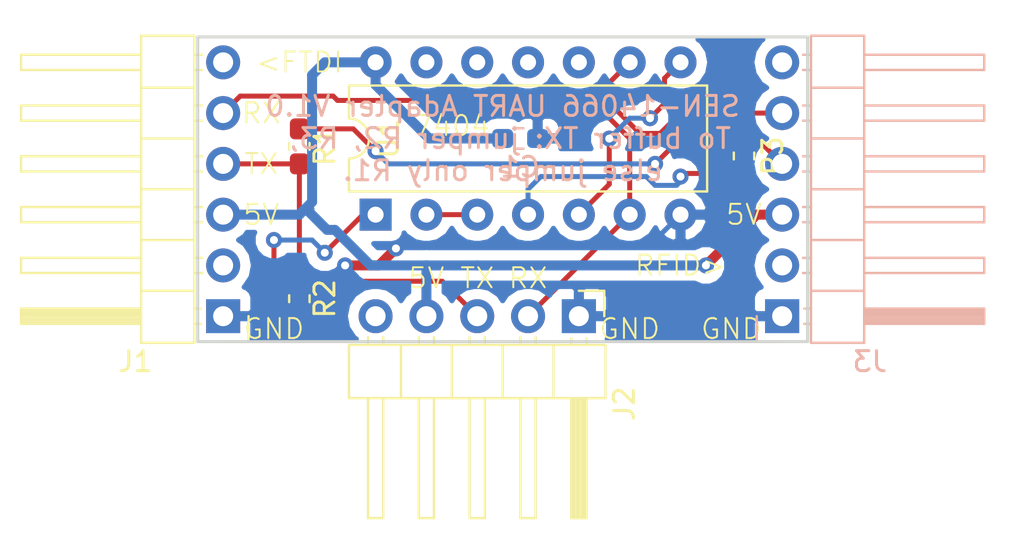
<source format=kicad_pcb>
(kicad_pcb (version 20171130) (host pcbnew 5.0.0-rc3-unknown-14ce5182~65~ubuntu18.04.1)

  (general
    (thickness 1.6)
    (drawings 18)
    (tracks 94)
    (zones 0)
    (modules 8)
    (nets 16)
  )

  (page A4)
  (layers
    (0 F.Cu signal)
    (31 B.Cu signal)
    (32 B.Adhes user)
    (33 F.Adhes user)
    (34 B.Paste user)
    (35 F.Paste user)
    (36 B.SilkS user)
    (37 F.SilkS user)
    (38 B.Mask user)
    (39 F.Mask user)
    (40 Dwgs.User user)
    (41 Cmts.User user)
    (42 Eco1.User user)
    (43 Eco2.User user)
    (44 Edge.Cuts user)
    (45 Margin user)
    (46 B.CrtYd user)
    (47 F.CrtYd user)
    (48 B.Fab user)
    (49 F.Fab user)
  )

  (setup
    (last_trace_width 0.5)
    (user_trace_width 0.25)
    (user_trace_width 0.5)
    (trace_clearance 0.2)
    (zone_clearance 0.508)
    (zone_45_only no)
    (trace_min 0.2)
    (segment_width 0.2)
    (edge_width 0.15)
    (via_size 0.8)
    (via_drill 0.4)
    (via_min_size 0.4)
    (via_min_drill 0.3)
    (uvia_size 0.3)
    (uvia_drill 0.1)
    (uvias_allowed no)
    (uvia_min_size 0.2)
    (uvia_min_drill 0.1)
    (pcb_text_width 0.3)
    (pcb_text_size 1.5 1.5)
    (mod_edge_width 0.15)
    (mod_text_size 1 1)
    (mod_text_width 0.15)
    (pad_size 1.6 1.6)
    (pad_drill 0.8)
    (pad_to_mask_clearance 0.2)
    (aux_axis_origin 0 0)
    (visible_elements FFFFFF7F)
    (pcbplotparams
      (layerselection 0x010fc_ffffffff)
      (usegerberextensions false)
      (usegerberattributes false)
      (usegerberadvancedattributes false)
      (creategerberjobfile false)
      (excludeedgelayer true)
      (linewidth 0.100000)
      (plotframeref false)
      (viasonmask false)
      (mode 1)
      (useauxorigin false)
      (hpglpennumber 1)
      (hpglpenspeed 20)
      (hpglpendiameter 15.000000)
      (psnegative false)
      (psa4output false)
      (plotreference true)
      (plotvalue true)
      (plotinvisibletext false)
      (padsonsilk false)
      (subtractmaskfromsilk false)
      (outputformat 1)
      (mirror false)
      (drillshape 1)
      (scaleselection 1)
      (outputdirectory ""))
  )

  (net 0 "")
  (net 1 "Net-(U1-Pad2)")
  (net 2 "Net-(U1-Pad5)")
  (net 3 "Net-(J1-Pad2)")
  (net 4 "Net-(J1-Pad6)")
  (net 5 "Net-(J2-Pad5)")
  (net 6 "Net-(J3-Pad6)")
  (net 7 "Net-(J3-Pad5)")
  (net 8 "Net-(J3-Pad4)")
  (net 9 "Net-(J3-Pad2)")
  (net 10 GND)
  (net 11 Vcc)
  (net 12 TXD)
  (net 13 RXD)
  (net 14 "Net-(R2-Pad1)")
  (net 15 "Net-(R3-Pad2)")

  (net_class Default "This is the default net class."
    (clearance 0.2)
    (trace_width 0.25)
    (via_dia 0.8)
    (via_drill 0.4)
    (uvia_dia 0.3)
    (uvia_drill 0.1)
    (add_net GND)
    (add_net "Net-(J1-Pad2)")
    (add_net "Net-(J1-Pad6)")
    (add_net "Net-(J2-Pad5)")
    (add_net "Net-(J3-Pad2)")
    (add_net "Net-(J3-Pad4)")
    (add_net "Net-(J3-Pad5)")
    (add_net "Net-(J3-Pad6)")
    (add_net "Net-(R2-Pad1)")
    (add_net "Net-(R3-Pad2)")
    (add_net "Net-(U1-Pad2)")
    (add_net "Net-(U1-Pad5)")
    (add_net RXD)
    (add_net TXD)
    (add_net Vcc)
  )

  (module Package_DIP:DIP-14_W7.62mm (layer F.Cu) (tedit 5B4B812F) (tstamp 5B565BB1)
    (at 71.12 68.58 90)
    (descr "14-lead though-hole mounted DIP package, row spacing 7.62 mm (300 mils)")
    (tags "THT DIP DIL PDIP 2.54mm 7.62mm 300mil")
    (path /5B4B59A5)
    (fp_text reference U1 (at 3.81 0.635 90) (layer F.SilkS)
      (effects (font (size 1 1) (thickness 0.15)))
    )
    (fp_text value 74HC04 (at 3.81 17.57 90) (layer F.Fab)
      (effects (font (size 1 1) (thickness 0.15)))
    )
    (fp_arc (start 3.81 -1.33) (end 2.81 -1.33) (angle -180) (layer F.SilkS) (width 0.12))
    (fp_line (start 1.635 -1.27) (end 6.985 -1.27) (layer F.Fab) (width 0.1))
    (fp_line (start 6.985 -1.27) (end 6.985 16.51) (layer F.Fab) (width 0.1))
    (fp_line (start 6.985 16.51) (end 0.635 16.51) (layer F.Fab) (width 0.1))
    (fp_line (start 0.635 16.51) (end 0.635 -0.27) (layer F.Fab) (width 0.1))
    (fp_line (start 0.635 -0.27) (end 1.635 -1.27) (layer F.Fab) (width 0.1))
    (fp_line (start 2.81 -1.33) (end 1.16 -1.33) (layer F.SilkS) (width 0.12))
    (fp_line (start 1.16 -1.33) (end 1.16 16.57) (layer F.SilkS) (width 0.12))
    (fp_line (start 1.16 16.57) (end 6.46 16.57) (layer F.SilkS) (width 0.12))
    (fp_line (start 6.46 16.57) (end 6.46 -1.33) (layer F.SilkS) (width 0.12))
    (fp_line (start 6.46 -1.33) (end 4.81 -1.33) (layer F.SilkS) (width 0.12))
    (fp_line (start -1.1 -1.55) (end -1.1 16.8) (layer F.CrtYd) (width 0.05))
    (fp_line (start -1.1 16.8) (end 8.7 16.8) (layer F.CrtYd) (width 0.05))
    (fp_line (start 8.7 16.8) (end 8.7 -1.55) (layer F.CrtYd) (width 0.05))
    (fp_line (start 8.7 -1.55) (end -1.1 -1.55) (layer F.CrtYd) (width 0.05))
    (fp_text user %R (at 3.81 7.62 90) (layer F.Fab)
      (effects (font (size 1 1) (thickness 0.15)))
    )
    (pad 1 thru_hole rect (at 0 0 90) (size 1.6 1.6) (drill 0.8) (layers *.Cu *.Mask)
      (net 14 "Net-(R2-Pad1)"))
    (pad 8 thru_hole oval (at 7.62 15.24 90) (size 1.6 1.6) (drill 0.8) (layers *.Cu *.Mask)
      (net 2 "Net-(U1-Pad5)"))
    (pad 2 thru_hole oval (at 0 2.54 90) (size 1.6 1.6) (drill 0.8) (layers *.Cu *.Mask)
      (net 1 "Net-(U1-Pad2)"))
    (pad 9 thru_hole oval (at 7.62 12.7 90) (size 1.6 1.6) (drill 0.8) (layers *.Cu *.Mask)
      (net 7 "Net-(J3-Pad5)"))
    (pad 3 thru_hole oval (at 0 5.08 90) (size 1.6 1.6) (drill 0.8) (layers *.Cu *.Mask)
      (net 1 "Net-(U1-Pad2)"))
    (pad 10 thru_hole oval (at 7.62 10.16 90) (size 1.6 1.6) (drill 0.8) (layers *.Cu *.Mask))
    (pad 4 thru_hole oval (at 0 7.62 90) (size 1.6 1.6) (drill 0.8) (layers *.Cu *.Mask)
      (net 15 "Net-(R3-Pad2)"))
    (pad 11 thru_hole oval (at 7.62 7.62 90) (size 1.6 1.6) (drill 0.8) (layers *.Cu *.Mask))
    (pad 5 thru_hole oval (at 0 10.16 90) (size 1.6 1.6) (drill 0.8) (layers *.Cu *.Mask)
      (net 2 "Net-(U1-Pad5)"))
    (pad 12 thru_hole oval (at 7.62 5.08 90) (size 1.6 1.6) (drill 0.8) (layers *.Cu *.Mask))
    (pad 6 thru_hole oval (at 0 12.7 90) (size 1.6 1.6) (drill 0.8) (layers *.Cu *.Mask)
      (net 13 RXD))
    (pad 13 thru_hole oval (at 7.62 2.54 90) (size 1.6 1.6) (drill 0.8) (layers *.Cu *.Mask))
    (pad 7 thru_hole oval (at 0 15.24 90) (size 1.6 1.6) (drill 0.8) (layers *.Cu *.Mask)
      (net 10 GND))
    (pad 14 thru_hole oval (at 7.62 0 90) (size 1.6 1.6) (drill 0.8) (layers *.Cu *.Mask)
      (net 11 Vcc))
    (model ${KISYS3DMOD}/Package_DIP.3dshapes/DIP-14_W7.62mm.wrl
      (at (xyz 0 0 0))
      (scale (xyz 1 1 1))
      (rotate (xyz 0 0 0))
    )
  )

  (module Connector_PinHeader_2.54mm:PinHeader_1x06_P2.54mm_Horizontal (layer F.Cu) (tedit 59FED5CB) (tstamp 5B565D7F)
    (at 63.5 73.66 180)
    (descr "Through hole angled pin header, 1x06, 2.54mm pitch, 6mm pin length, single row")
    (tags "Through hole angled pin header THT 1x06 2.54mm single row")
    (path /5B4B9A90)
    (fp_text reference J1 (at 4.385 -2.27 180) (layer F.SilkS)
      (effects (font (size 1 1) (thickness 0.15)))
    )
    (fp_text value Conn_01x06_Male (at 4.385 14.97 180) (layer F.Fab)
      (effects (font (size 1 1) (thickness 0.15)))
    )
    (fp_line (start 2.135 -1.27) (end 4.04 -1.27) (layer F.Fab) (width 0.1))
    (fp_line (start 4.04 -1.27) (end 4.04 13.97) (layer F.Fab) (width 0.1))
    (fp_line (start 4.04 13.97) (end 1.5 13.97) (layer F.Fab) (width 0.1))
    (fp_line (start 1.5 13.97) (end 1.5 -0.635) (layer F.Fab) (width 0.1))
    (fp_line (start 1.5 -0.635) (end 2.135 -1.27) (layer F.Fab) (width 0.1))
    (fp_line (start -0.32 -0.32) (end 1.5 -0.32) (layer F.Fab) (width 0.1))
    (fp_line (start -0.32 -0.32) (end -0.32 0.32) (layer F.Fab) (width 0.1))
    (fp_line (start -0.32 0.32) (end 1.5 0.32) (layer F.Fab) (width 0.1))
    (fp_line (start 4.04 -0.32) (end 10.04 -0.32) (layer F.Fab) (width 0.1))
    (fp_line (start 10.04 -0.32) (end 10.04 0.32) (layer F.Fab) (width 0.1))
    (fp_line (start 4.04 0.32) (end 10.04 0.32) (layer F.Fab) (width 0.1))
    (fp_line (start -0.32 2.22) (end 1.5 2.22) (layer F.Fab) (width 0.1))
    (fp_line (start -0.32 2.22) (end -0.32 2.86) (layer F.Fab) (width 0.1))
    (fp_line (start -0.32 2.86) (end 1.5 2.86) (layer F.Fab) (width 0.1))
    (fp_line (start 4.04 2.22) (end 10.04 2.22) (layer F.Fab) (width 0.1))
    (fp_line (start 10.04 2.22) (end 10.04 2.86) (layer F.Fab) (width 0.1))
    (fp_line (start 4.04 2.86) (end 10.04 2.86) (layer F.Fab) (width 0.1))
    (fp_line (start -0.32 4.76) (end 1.5 4.76) (layer F.Fab) (width 0.1))
    (fp_line (start -0.32 4.76) (end -0.32 5.4) (layer F.Fab) (width 0.1))
    (fp_line (start -0.32 5.4) (end 1.5 5.4) (layer F.Fab) (width 0.1))
    (fp_line (start 4.04 4.76) (end 10.04 4.76) (layer F.Fab) (width 0.1))
    (fp_line (start 10.04 4.76) (end 10.04 5.4) (layer F.Fab) (width 0.1))
    (fp_line (start 4.04 5.4) (end 10.04 5.4) (layer F.Fab) (width 0.1))
    (fp_line (start -0.32 7.3) (end 1.5 7.3) (layer F.Fab) (width 0.1))
    (fp_line (start -0.32 7.3) (end -0.32 7.94) (layer F.Fab) (width 0.1))
    (fp_line (start -0.32 7.94) (end 1.5 7.94) (layer F.Fab) (width 0.1))
    (fp_line (start 4.04 7.3) (end 10.04 7.3) (layer F.Fab) (width 0.1))
    (fp_line (start 10.04 7.3) (end 10.04 7.94) (layer F.Fab) (width 0.1))
    (fp_line (start 4.04 7.94) (end 10.04 7.94) (layer F.Fab) (width 0.1))
    (fp_line (start -0.32 9.84) (end 1.5 9.84) (layer F.Fab) (width 0.1))
    (fp_line (start -0.32 9.84) (end -0.32 10.48) (layer F.Fab) (width 0.1))
    (fp_line (start -0.32 10.48) (end 1.5 10.48) (layer F.Fab) (width 0.1))
    (fp_line (start 4.04 9.84) (end 10.04 9.84) (layer F.Fab) (width 0.1))
    (fp_line (start 10.04 9.84) (end 10.04 10.48) (layer F.Fab) (width 0.1))
    (fp_line (start 4.04 10.48) (end 10.04 10.48) (layer F.Fab) (width 0.1))
    (fp_line (start -0.32 12.38) (end 1.5 12.38) (layer F.Fab) (width 0.1))
    (fp_line (start -0.32 12.38) (end -0.32 13.02) (layer F.Fab) (width 0.1))
    (fp_line (start -0.32 13.02) (end 1.5 13.02) (layer F.Fab) (width 0.1))
    (fp_line (start 4.04 12.38) (end 10.04 12.38) (layer F.Fab) (width 0.1))
    (fp_line (start 10.04 12.38) (end 10.04 13.02) (layer F.Fab) (width 0.1))
    (fp_line (start 4.04 13.02) (end 10.04 13.02) (layer F.Fab) (width 0.1))
    (fp_line (start 1.44 -1.33) (end 1.44 14.03) (layer F.SilkS) (width 0.12))
    (fp_line (start 1.44 14.03) (end 4.1 14.03) (layer F.SilkS) (width 0.12))
    (fp_line (start 4.1 14.03) (end 4.1 -1.33) (layer F.SilkS) (width 0.12))
    (fp_line (start 4.1 -1.33) (end 1.44 -1.33) (layer F.SilkS) (width 0.12))
    (fp_line (start 4.1 -0.38) (end 10.1 -0.38) (layer F.SilkS) (width 0.12))
    (fp_line (start 10.1 -0.38) (end 10.1 0.38) (layer F.SilkS) (width 0.12))
    (fp_line (start 10.1 0.38) (end 4.1 0.38) (layer F.SilkS) (width 0.12))
    (fp_line (start 4.1 -0.32) (end 10.1 -0.32) (layer F.SilkS) (width 0.12))
    (fp_line (start 4.1 -0.2) (end 10.1 -0.2) (layer F.SilkS) (width 0.12))
    (fp_line (start 4.1 -0.08) (end 10.1 -0.08) (layer F.SilkS) (width 0.12))
    (fp_line (start 4.1 0.04) (end 10.1 0.04) (layer F.SilkS) (width 0.12))
    (fp_line (start 4.1 0.16) (end 10.1 0.16) (layer F.SilkS) (width 0.12))
    (fp_line (start 4.1 0.28) (end 10.1 0.28) (layer F.SilkS) (width 0.12))
    (fp_line (start 1.11 -0.38) (end 1.44 -0.38) (layer F.SilkS) (width 0.12))
    (fp_line (start 1.11 0.38) (end 1.44 0.38) (layer F.SilkS) (width 0.12))
    (fp_line (start 1.44 1.27) (end 4.1 1.27) (layer F.SilkS) (width 0.12))
    (fp_line (start 4.1 2.16) (end 10.1 2.16) (layer F.SilkS) (width 0.12))
    (fp_line (start 10.1 2.16) (end 10.1 2.92) (layer F.SilkS) (width 0.12))
    (fp_line (start 10.1 2.92) (end 4.1 2.92) (layer F.SilkS) (width 0.12))
    (fp_line (start 1.042929 2.16) (end 1.44 2.16) (layer F.SilkS) (width 0.12))
    (fp_line (start 1.042929 2.92) (end 1.44 2.92) (layer F.SilkS) (width 0.12))
    (fp_line (start 1.44 3.81) (end 4.1 3.81) (layer F.SilkS) (width 0.12))
    (fp_line (start 4.1 4.7) (end 10.1 4.7) (layer F.SilkS) (width 0.12))
    (fp_line (start 10.1 4.7) (end 10.1 5.46) (layer F.SilkS) (width 0.12))
    (fp_line (start 10.1 5.46) (end 4.1 5.46) (layer F.SilkS) (width 0.12))
    (fp_line (start 1.042929 4.7) (end 1.44 4.7) (layer F.SilkS) (width 0.12))
    (fp_line (start 1.042929 5.46) (end 1.44 5.46) (layer F.SilkS) (width 0.12))
    (fp_line (start 1.44 6.35) (end 4.1 6.35) (layer F.SilkS) (width 0.12))
    (fp_line (start 4.1 7.24) (end 10.1 7.24) (layer F.SilkS) (width 0.12))
    (fp_line (start 10.1 7.24) (end 10.1 8) (layer F.SilkS) (width 0.12))
    (fp_line (start 10.1 8) (end 4.1 8) (layer F.SilkS) (width 0.12))
    (fp_line (start 1.042929 7.24) (end 1.44 7.24) (layer F.SilkS) (width 0.12))
    (fp_line (start 1.042929 8) (end 1.44 8) (layer F.SilkS) (width 0.12))
    (fp_line (start 1.44 8.89) (end 4.1 8.89) (layer F.SilkS) (width 0.12))
    (fp_line (start 4.1 9.78) (end 10.1 9.78) (layer F.SilkS) (width 0.12))
    (fp_line (start 10.1 9.78) (end 10.1 10.54) (layer F.SilkS) (width 0.12))
    (fp_line (start 10.1 10.54) (end 4.1 10.54) (layer F.SilkS) (width 0.12))
    (fp_line (start 1.042929 9.78) (end 1.44 9.78) (layer F.SilkS) (width 0.12))
    (fp_line (start 1.042929 10.54) (end 1.44 10.54) (layer F.SilkS) (width 0.12))
    (fp_line (start 1.44 11.43) (end 4.1 11.43) (layer F.SilkS) (width 0.12))
    (fp_line (start 4.1 12.32) (end 10.1 12.32) (layer F.SilkS) (width 0.12))
    (fp_line (start 10.1 12.32) (end 10.1 13.08) (layer F.SilkS) (width 0.12))
    (fp_line (start 10.1 13.08) (end 4.1 13.08) (layer F.SilkS) (width 0.12))
    (fp_line (start 1.042929 12.32) (end 1.44 12.32) (layer F.SilkS) (width 0.12))
    (fp_line (start 1.042929 13.08) (end 1.44 13.08) (layer F.SilkS) (width 0.12))
    (fp_line (start -1.27 0) (end -1.27 -1.27) (layer F.SilkS) (width 0.12))
    (fp_line (start -1.27 -1.27) (end 0 -1.27) (layer F.SilkS) (width 0.12))
    (fp_line (start -1.8 -1.8) (end -1.8 14.5) (layer F.CrtYd) (width 0.05))
    (fp_line (start -1.8 14.5) (end 10.55 14.5) (layer F.CrtYd) (width 0.05))
    (fp_line (start 10.55 14.5) (end 10.55 -1.8) (layer F.CrtYd) (width 0.05))
    (fp_line (start 10.55 -1.8) (end -1.8 -1.8) (layer F.CrtYd) (width 0.05))
    (fp_text user %R (at 2.77 6.35 270) (layer F.Fab)
      (effects (font (size 1 1) (thickness 0.15)))
    )
    (pad 1 thru_hole rect (at 0 0 180) (size 1.7 1.7) (drill 1) (layers *.Cu *.Mask)
      (net 10 GND))
    (pad 2 thru_hole oval (at 0 2.54 180) (size 1.7 1.7) (drill 1) (layers *.Cu *.Mask)
      (net 3 "Net-(J1-Pad2)"))
    (pad 3 thru_hole oval (at 0 5.08 180) (size 1.7 1.7) (drill 1) (layers *.Cu *.Mask)
      (net 11 Vcc))
    (pad 4 thru_hole oval (at 0 7.62 180) (size 1.7 1.7) (drill 1) (layers *.Cu *.Mask)
      (net 12 TXD))
    (pad 5 thru_hole oval (at 0 10.16 180) (size 1.7 1.7) (drill 1) (layers *.Cu *.Mask)
      (net 13 RXD))
    (pad 6 thru_hole oval (at 0 12.7 180) (size 1.7 1.7) (drill 1) (layers *.Cu *.Mask)
      (net 4 "Net-(J1-Pad6)"))
    (model ${KISYS3DMOD}/Connector_PinHeader_2.54mm.3dshapes/PinHeader_1x06_P2.54mm_Horizontal.wrl
      (at (xyz 0 0 0))
      (scale (xyz 1 1 1))
      (rotate (xyz 0 0 0))
    )
  )

  (module Connector_PinHeader_2.54mm:PinHeader_1x05_P2.54mm_Horizontal (layer F.Cu) (tedit 59FED5CB) (tstamp 5B56812B)
    (at 81.28 73.66 270)
    (descr "Through hole angled pin header, 1x05, 2.54mm pitch, 6mm pin length, single row")
    (tags "Through hole angled pin header THT 1x05 2.54mm single row")
    (path /5B4B5D0B)
    (fp_text reference J2 (at 4.385 -2.27 270) (layer F.SilkS)
      (effects (font (size 1 1) (thickness 0.15)))
    )
    (fp_text value Conn_01x05_Female (at 4.385 12.43 270) (layer F.Fab)
      (effects (font (size 1 1) (thickness 0.15)))
    )
    (fp_line (start 2.135 -1.27) (end 4.04 -1.27) (layer F.Fab) (width 0.1))
    (fp_line (start 4.04 -1.27) (end 4.04 11.43) (layer F.Fab) (width 0.1))
    (fp_line (start 4.04 11.43) (end 1.5 11.43) (layer F.Fab) (width 0.1))
    (fp_line (start 1.5 11.43) (end 1.5 -0.635) (layer F.Fab) (width 0.1))
    (fp_line (start 1.5 -0.635) (end 2.135 -1.27) (layer F.Fab) (width 0.1))
    (fp_line (start -0.32 -0.32) (end 1.5 -0.32) (layer F.Fab) (width 0.1))
    (fp_line (start -0.32 -0.32) (end -0.32 0.32) (layer F.Fab) (width 0.1))
    (fp_line (start -0.32 0.32) (end 1.5 0.32) (layer F.Fab) (width 0.1))
    (fp_line (start 4.04 -0.32) (end 10.04 -0.32) (layer F.Fab) (width 0.1))
    (fp_line (start 10.04 -0.32) (end 10.04 0.32) (layer F.Fab) (width 0.1))
    (fp_line (start 4.04 0.32) (end 10.04 0.32) (layer F.Fab) (width 0.1))
    (fp_line (start -0.32 2.22) (end 1.5 2.22) (layer F.Fab) (width 0.1))
    (fp_line (start -0.32 2.22) (end -0.32 2.86) (layer F.Fab) (width 0.1))
    (fp_line (start -0.32 2.86) (end 1.5 2.86) (layer F.Fab) (width 0.1))
    (fp_line (start 4.04 2.22) (end 10.04 2.22) (layer F.Fab) (width 0.1))
    (fp_line (start 10.04 2.22) (end 10.04 2.86) (layer F.Fab) (width 0.1))
    (fp_line (start 4.04 2.86) (end 10.04 2.86) (layer F.Fab) (width 0.1))
    (fp_line (start -0.32 4.76) (end 1.5 4.76) (layer F.Fab) (width 0.1))
    (fp_line (start -0.32 4.76) (end -0.32 5.4) (layer F.Fab) (width 0.1))
    (fp_line (start -0.32 5.4) (end 1.5 5.4) (layer F.Fab) (width 0.1))
    (fp_line (start 4.04 4.76) (end 10.04 4.76) (layer F.Fab) (width 0.1))
    (fp_line (start 10.04 4.76) (end 10.04 5.4) (layer F.Fab) (width 0.1))
    (fp_line (start 4.04 5.4) (end 10.04 5.4) (layer F.Fab) (width 0.1))
    (fp_line (start -0.32 7.3) (end 1.5 7.3) (layer F.Fab) (width 0.1))
    (fp_line (start -0.32 7.3) (end -0.32 7.94) (layer F.Fab) (width 0.1))
    (fp_line (start -0.32 7.94) (end 1.5 7.94) (layer F.Fab) (width 0.1))
    (fp_line (start 4.04 7.3) (end 10.04 7.3) (layer F.Fab) (width 0.1))
    (fp_line (start 10.04 7.3) (end 10.04 7.94) (layer F.Fab) (width 0.1))
    (fp_line (start 4.04 7.94) (end 10.04 7.94) (layer F.Fab) (width 0.1))
    (fp_line (start -0.32 9.84) (end 1.5 9.84) (layer F.Fab) (width 0.1))
    (fp_line (start -0.32 9.84) (end -0.32 10.48) (layer F.Fab) (width 0.1))
    (fp_line (start -0.32 10.48) (end 1.5 10.48) (layer F.Fab) (width 0.1))
    (fp_line (start 4.04 9.84) (end 10.04 9.84) (layer F.Fab) (width 0.1))
    (fp_line (start 10.04 9.84) (end 10.04 10.48) (layer F.Fab) (width 0.1))
    (fp_line (start 4.04 10.48) (end 10.04 10.48) (layer F.Fab) (width 0.1))
    (fp_line (start 1.44 -1.33) (end 1.44 11.49) (layer F.SilkS) (width 0.12))
    (fp_line (start 1.44 11.49) (end 4.1 11.49) (layer F.SilkS) (width 0.12))
    (fp_line (start 4.1 11.49) (end 4.1 -1.33) (layer F.SilkS) (width 0.12))
    (fp_line (start 4.1 -1.33) (end 1.44 -1.33) (layer F.SilkS) (width 0.12))
    (fp_line (start 4.1 -0.38) (end 10.1 -0.38) (layer F.SilkS) (width 0.12))
    (fp_line (start 10.1 -0.38) (end 10.1 0.38) (layer F.SilkS) (width 0.12))
    (fp_line (start 10.1 0.38) (end 4.1 0.38) (layer F.SilkS) (width 0.12))
    (fp_line (start 4.1 -0.32) (end 10.1 -0.32) (layer F.SilkS) (width 0.12))
    (fp_line (start 4.1 -0.2) (end 10.1 -0.2) (layer F.SilkS) (width 0.12))
    (fp_line (start 4.1 -0.08) (end 10.1 -0.08) (layer F.SilkS) (width 0.12))
    (fp_line (start 4.1 0.04) (end 10.1 0.04) (layer F.SilkS) (width 0.12))
    (fp_line (start 4.1 0.16) (end 10.1 0.16) (layer F.SilkS) (width 0.12))
    (fp_line (start 4.1 0.28) (end 10.1 0.28) (layer F.SilkS) (width 0.12))
    (fp_line (start 1.11 -0.38) (end 1.44 -0.38) (layer F.SilkS) (width 0.12))
    (fp_line (start 1.11 0.38) (end 1.44 0.38) (layer F.SilkS) (width 0.12))
    (fp_line (start 1.44 1.27) (end 4.1 1.27) (layer F.SilkS) (width 0.12))
    (fp_line (start 4.1 2.16) (end 10.1 2.16) (layer F.SilkS) (width 0.12))
    (fp_line (start 10.1 2.16) (end 10.1 2.92) (layer F.SilkS) (width 0.12))
    (fp_line (start 10.1 2.92) (end 4.1 2.92) (layer F.SilkS) (width 0.12))
    (fp_line (start 1.042929 2.16) (end 1.44 2.16) (layer F.SilkS) (width 0.12))
    (fp_line (start 1.042929 2.92) (end 1.44 2.92) (layer F.SilkS) (width 0.12))
    (fp_line (start 1.44 3.81) (end 4.1 3.81) (layer F.SilkS) (width 0.12))
    (fp_line (start 4.1 4.7) (end 10.1 4.7) (layer F.SilkS) (width 0.12))
    (fp_line (start 10.1 4.7) (end 10.1 5.46) (layer F.SilkS) (width 0.12))
    (fp_line (start 10.1 5.46) (end 4.1 5.46) (layer F.SilkS) (width 0.12))
    (fp_line (start 1.042929 4.7) (end 1.44 4.7) (layer F.SilkS) (width 0.12))
    (fp_line (start 1.042929 5.46) (end 1.44 5.46) (layer F.SilkS) (width 0.12))
    (fp_line (start 1.44 6.35) (end 4.1 6.35) (layer F.SilkS) (width 0.12))
    (fp_line (start 4.1 7.24) (end 10.1 7.24) (layer F.SilkS) (width 0.12))
    (fp_line (start 10.1 7.24) (end 10.1 8) (layer F.SilkS) (width 0.12))
    (fp_line (start 10.1 8) (end 4.1 8) (layer F.SilkS) (width 0.12))
    (fp_line (start 1.042929 7.24) (end 1.44 7.24) (layer F.SilkS) (width 0.12))
    (fp_line (start 1.042929 8) (end 1.44 8) (layer F.SilkS) (width 0.12))
    (fp_line (start 1.44 8.89) (end 4.1 8.89) (layer F.SilkS) (width 0.12))
    (fp_line (start 4.1 9.78) (end 10.1 9.78) (layer F.SilkS) (width 0.12))
    (fp_line (start 10.1 9.78) (end 10.1 10.54) (layer F.SilkS) (width 0.12))
    (fp_line (start 10.1 10.54) (end 4.1 10.54) (layer F.SilkS) (width 0.12))
    (fp_line (start 1.042929 9.78) (end 1.44 9.78) (layer F.SilkS) (width 0.12))
    (fp_line (start 1.042929 10.54) (end 1.44 10.54) (layer F.SilkS) (width 0.12))
    (fp_line (start -1.27 0) (end -1.27 -1.27) (layer F.SilkS) (width 0.12))
    (fp_line (start -1.27 -1.27) (end 0 -1.27) (layer F.SilkS) (width 0.12))
    (fp_line (start -1.8 -1.8) (end -1.8 11.95) (layer F.CrtYd) (width 0.05))
    (fp_line (start -1.8 11.95) (end 10.55 11.95) (layer F.CrtYd) (width 0.05))
    (fp_line (start 10.55 11.95) (end 10.55 -1.8) (layer F.CrtYd) (width 0.05))
    (fp_line (start 10.55 -1.8) (end -1.8 -1.8) (layer F.CrtYd) (width 0.05))
    (fp_text user %R (at 2.77 5.08) (layer F.Fab)
      (effects (font (size 1 1) (thickness 0.15)))
    )
    (pad 1 thru_hole rect (at 0 0 270) (size 1.7 1.7) (drill 1) (layers *.Cu *.Mask)
      (net 10 GND))
    (pad 2 thru_hole oval (at 0 2.54 270) (size 1.7 1.7) (drill 1) (layers *.Cu *.Mask)
      (net 13 RXD))
    (pad 3 thru_hole oval (at 0 5.08 270) (size 1.7 1.7) (drill 1) (layers *.Cu *.Mask)
      (net 12 TXD))
    (pad 4 thru_hole oval (at 0 7.62 270) (size 1.7 1.7) (drill 1) (layers *.Cu *.Mask)
      (net 11 Vcc))
    (pad 5 thru_hole oval (at 0 10.16 270) (size 1.7 1.7) (drill 1) (layers *.Cu *.Mask)
      (net 5 "Net-(J2-Pad5)"))
    (model ${KISYS3DMOD}/Connector_PinHeader_2.54mm.3dshapes/PinHeader_1x05_P2.54mm_Horizontal.wrl
      (at (xyz 0 0 0))
      (scale (xyz 1 1 1))
      (rotate (xyz 0 0 0))
    )
  )

  (module Connector_PinHeader_2.54mm:PinHeader_1x06_P2.54mm_Horizontal (layer B.Cu) (tedit 59FED5CB) (tstamp 5B56900F)
    (at 91.44 73.66)
    (descr "Through hole angled pin header, 1x06, 2.54mm pitch, 6mm pin length, single row")
    (tags "Through hole angled pin header THT 1x06 2.54mm single row")
    (path /5B4B5C53)
    (fp_text reference J3 (at 4.385 2.27) (layer B.SilkS)
      (effects (font (size 1 1) (thickness 0.15)) (justify mirror))
    )
    (fp_text value Conn_01x06_Female (at 4.385 -14.97) (layer B.Fab)
      (effects (font (size 1 1) (thickness 0.15)) (justify mirror))
    )
    (fp_text user %R (at 2.77 -6.35 -90) (layer B.Fab)
      (effects (font (size 1 1) (thickness 0.15)) (justify mirror))
    )
    (fp_line (start 10.55 1.8) (end -1.8 1.8) (layer B.CrtYd) (width 0.05))
    (fp_line (start 10.55 -14.5) (end 10.55 1.8) (layer B.CrtYd) (width 0.05))
    (fp_line (start -1.8 -14.5) (end 10.55 -14.5) (layer B.CrtYd) (width 0.05))
    (fp_line (start -1.8 1.8) (end -1.8 -14.5) (layer B.CrtYd) (width 0.05))
    (fp_line (start -1.27 1.27) (end 0 1.27) (layer B.SilkS) (width 0.12))
    (fp_line (start -1.27 0) (end -1.27 1.27) (layer B.SilkS) (width 0.12))
    (fp_line (start 1.042929 -13.08) (end 1.44 -13.08) (layer B.SilkS) (width 0.12))
    (fp_line (start 1.042929 -12.32) (end 1.44 -12.32) (layer B.SilkS) (width 0.12))
    (fp_line (start 10.1 -13.08) (end 4.1 -13.08) (layer B.SilkS) (width 0.12))
    (fp_line (start 10.1 -12.32) (end 10.1 -13.08) (layer B.SilkS) (width 0.12))
    (fp_line (start 4.1 -12.32) (end 10.1 -12.32) (layer B.SilkS) (width 0.12))
    (fp_line (start 1.44 -11.43) (end 4.1 -11.43) (layer B.SilkS) (width 0.12))
    (fp_line (start 1.042929 -10.54) (end 1.44 -10.54) (layer B.SilkS) (width 0.12))
    (fp_line (start 1.042929 -9.78) (end 1.44 -9.78) (layer B.SilkS) (width 0.12))
    (fp_line (start 10.1 -10.54) (end 4.1 -10.54) (layer B.SilkS) (width 0.12))
    (fp_line (start 10.1 -9.78) (end 10.1 -10.54) (layer B.SilkS) (width 0.12))
    (fp_line (start 4.1 -9.78) (end 10.1 -9.78) (layer B.SilkS) (width 0.12))
    (fp_line (start 1.44 -8.89) (end 4.1 -8.89) (layer B.SilkS) (width 0.12))
    (fp_line (start 1.042929 -8) (end 1.44 -8) (layer B.SilkS) (width 0.12))
    (fp_line (start 1.042929 -7.24) (end 1.44 -7.24) (layer B.SilkS) (width 0.12))
    (fp_line (start 10.1 -8) (end 4.1 -8) (layer B.SilkS) (width 0.12))
    (fp_line (start 10.1 -7.24) (end 10.1 -8) (layer B.SilkS) (width 0.12))
    (fp_line (start 4.1 -7.24) (end 10.1 -7.24) (layer B.SilkS) (width 0.12))
    (fp_line (start 1.44 -6.35) (end 4.1 -6.35) (layer B.SilkS) (width 0.12))
    (fp_line (start 1.042929 -5.46) (end 1.44 -5.46) (layer B.SilkS) (width 0.12))
    (fp_line (start 1.042929 -4.7) (end 1.44 -4.7) (layer B.SilkS) (width 0.12))
    (fp_line (start 10.1 -5.46) (end 4.1 -5.46) (layer B.SilkS) (width 0.12))
    (fp_line (start 10.1 -4.7) (end 10.1 -5.46) (layer B.SilkS) (width 0.12))
    (fp_line (start 4.1 -4.7) (end 10.1 -4.7) (layer B.SilkS) (width 0.12))
    (fp_line (start 1.44 -3.81) (end 4.1 -3.81) (layer B.SilkS) (width 0.12))
    (fp_line (start 1.042929 -2.92) (end 1.44 -2.92) (layer B.SilkS) (width 0.12))
    (fp_line (start 1.042929 -2.16) (end 1.44 -2.16) (layer B.SilkS) (width 0.12))
    (fp_line (start 10.1 -2.92) (end 4.1 -2.92) (layer B.SilkS) (width 0.12))
    (fp_line (start 10.1 -2.16) (end 10.1 -2.92) (layer B.SilkS) (width 0.12))
    (fp_line (start 4.1 -2.16) (end 10.1 -2.16) (layer B.SilkS) (width 0.12))
    (fp_line (start 1.44 -1.27) (end 4.1 -1.27) (layer B.SilkS) (width 0.12))
    (fp_line (start 1.11 -0.38) (end 1.44 -0.38) (layer B.SilkS) (width 0.12))
    (fp_line (start 1.11 0.38) (end 1.44 0.38) (layer B.SilkS) (width 0.12))
    (fp_line (start 4.1 -0.28) (end 10.1 -0.28) (layer B.SilkS) (width 0.12))
    (fp_line (start 4.1 -0.16) (end 10.1 -0.16) (layer B.SilkS) (width 0.12))
    (fp_line (start 4.1 -0.04) (end 10.1 -0.04) (layer B.SilkS) (width 0.12))
    (fp_line (start 4.1 0.08) (end 10.1 0.08) (layer B.SilkS) (width 0.12))
    (fp_line (start 4.1 0.2) (end 10.1 0.2) (layer B.SilkS) (width 0.12))
    (fp_line (start 4.1 0.32) (end 10.1 0.32) (layer B.SilkS) (width 0.12))
    (fp_line (start 10.1 -0.38) (end 4.1 -0.38) (layer B.SilkS) (width 0.12))
    (fp_line (start 10.1 0.38) (end 10.1 -0.38) (layer B.SilkS) (width 0.12))
    (fp_line (start 4.1 0.38) (end 10.1 0.38) (layer B.SilkS) (width 0.12))
    (fp_line (start 4.1 1.33) (end 1.44 1.33) (layer B.SilkS) (width 0.12))
    (fp_line (start 4.1 -14.03) (end 4.1 1.33) (layer B.SilkS) (width 0.12))
    (fp_line (start 1.44 -14.03) (end 4.1 -14.03) (layer B.SilkS) (width 0.12))
    (fp_line (start 1.44 1.33) (end 1.44 -14.03) (layer B.SilkS) (width 0.12))
    (fp_line (start 4.04 -13.02) (end 10.04 -13.02) (layer B.Fab) (width 0.1))
    (fp_line (start 10.04 -12.38) (end 10.04 -13.02) (layer B.Fab) (width 0.1))
    (fp_line (start 4.04 -12.38) (end 10.04 -12.38) (layer B.Fab) (width 0.1))
    (fp_line (start -0.32 -13.02) (end 1.5 -13.02) (layer B.Fab) (width 0.1))
    (fp_line (start -0.32 -12.38) (end -0.32 -13.02) (layer B.Fab) (width 0.1))
    (fp_line (start -0.32 -12.38) (end 1.5 -12.38) (layer B.Fab) (width 0.1))
    (fp_line (start 4.04 -10.48) (end 10.04 -10.48) (layer B.Fab) (width 0.1))
    (fp_line (start 10.04 -9.84) (end 10.04 -10.48) (layer B.Fab) (width 0.1))
    (fp_line (start 4.04 -9.84) (end 10.04 -9.84) (layer B.Fab) (width 0.1))
    (fp_line (start -0.32 -10.48) (end 1.5 -10.48) (layer B.Fab) (width 0.1))
    (fp_line (start -0.32 -9.84) (end -0.32 -10.48) (layer B.Fab) (width 0.1))
    (fp_line (start -0.32 -9.84) (end 1.5 -9.84) (layer B.Fab) (width 0.1))
    (fp_line (start 4.04 -7.94) (end 10.04 -7.94) (layer B.Fab) (width 0.1))
    (fp_line (start 10.04 -7.3) (end 10.04 -7.94) (layer B.Fab) (width 0.1))
    (fp_line (start 4.04 -7.3) (end 10.04 -7.3) (layer B.Fab) (width 0.1))
    (fp_line (start -0.32 -7.94) (end 1.5 -7.94) (layer B.Fab) (width 0.1))
    (fp_line (start -0.32 -7.3) (end -0.32 -7.94) (layer B.Fab) (width 0.1))
    (fp_line (start -0.32 -7.3) (end 1.5 -7.3) (layer B.Fab) (width 0.1))
    (fp_line (start 4.04 -5.4) (end 10.04 -5.4) (layer B.Fab) (width 0.1))
    (fp_line (start 10.04 -4.76) (end 10.04 -5.4) (layer B.Fab) (width 0.1))
    (fp_line (start 4.04 -4.76) (end 10.04 -4.76) (layer B.Fab) (width 0.1))
    (fp_line (start -0.32 -5.4) (end 1.5 -5.4) (layer B.Fab) (width 0.1))
    (fp_line (start -0.32 -4.76) (end -0.32 -5.4) (layer B.Fab) (width 0.1))
    (fp_line (start -0.32 -4.76) (end 1.5 -4.76) (layer B.Fab) (width 0.1))
    (fp_line (start 4.04 -2.86) (end 10.04 -2.86) (layer B.Fab) (width 0.1))
    (fp_line (start 10.04 -2.22) (end 10.04 -2.86) (layer B.Fab) (width 0.1))
    (fp_line (start 4.04 -2.22) (end 10.04 -2.22) (layer B.Fab) (width 0.1))
    (fp_line (start -0.32 -2.86) (end 1.5 -2.86) (layer B.Fab) (width 0.1))
    (fp_line (start -0.32 -2.22) (end -0.32 -2.86) (layer B.Fab) (width 0.1))
    (fp_line (start -0.32 -2.22) (end 1.5 -2.22) (layer B.Fab) (width 0.1))
    (fp_line (start 4.04 -0.32) (end 10.04 -0.32) (layer B.Fab) (width 0.1))
    (fp_line (start 10.04 0.32) (end 10.04 -0.32) (layer B.Fab) (width 0.1))
    (fp_line (start 4.04 0.32) (end 10.04 0.32) (layer B.Fab) (width 0.1))
    (fp_line (start -0.32 -0.32) (end 1.5 -0.32) (layer B.Fab) (width 0.1))
    (fp_line (start -0.32 0.32) (end -0.32 -0.32) (layer B.Fab) (width 0.1))
    (fp_line (start -0.32 0.32) (end 1.5 0.32) (layer B.Fab) (width 0.1))
    (fp_line (start 1.5 0.635) (end 2.135 1.27) (layer B.Fab) (width 0.1))
    (fp_line (start 1.5 -13.97) (end 1.5 0.635) (layer B.Fab) (width 0.1))
    (fp_line (start 4.04 -13.97) (end 1.5 -13.97) (layer B.Fab) (width 0.1))
    (fp_line (start 4.04 1.27) (end 4.04 -13.97) (layer B.Fab) (width 0.1))
    (fp_line (start 2.135 1.27) (end 4.04 1.27) (layer B.Fab) (width 0.1))
    (pad 6 thru_hole oval (at 0 -12.7) (size 1.7 1.7) (drill 1) (layers *.Cu *.Mask)
      (net 6 "Net-(J3-Pad6)"))
    (pad 5 thru_hole oval (at 0 -10.16) (size 1.7 1.7) (drill 1) (layers *.Cu *.Mask)
      (net 7 "Net-(J3-Pad5)"))
    (pad 4 thru_hole oval (at 0 -7.62) (size 1.7 1.7) (drill 1) (layers *.Cu *.Mask)
      (net 8 "Net-(J3-Pad4)"))
    (pad 3 thru_hole oval (at 0 -5.08) (size 1.7 1.7) (drill 1) (layers *.Cu *.Mask)
      (net 11 Vcc))
    (pad 2 thru_hole oval (at 0 -2.54) (size 1.7 1.7) (drill 1) (layers *.Cu *.Mask)
      (net 9 "Net-(J3-Pad2)"))
    (pad 1 thru_hole rect (at 0 0) (size 1.7 1.7) (drill 1) (layers *.Cu *.Mask)
      (net 10 GND))
    (model ${KISYS3DMOD}/Connector_PinHeader_2.54mm.3dshapes/PinHeader_1x06_P2.54mm_Horizontal.wrl
      (at (xyz 0 0 0))
      (scale (xyz 1 1 1))
      (rotate (xyz 0 0 0))
    )
  )

  (module Capacitor_SMD:C_0603_1608Metric_Pad1.05x0.95mm_HandSolder (layer B.Cu) (tedit 5B301BBE) (tstamp 5B5665A0)
    (at 78.345 64.77)
    (descr "Capacitor SMD 0603 (1608 Metric), square (rectangular) end terminal, IPC_7351 nominal with elongated pad for handsoldering. (Body size source: http://www.tortai-tech.com/upload/download/2011102023233369053.pdf), generated with kicad-footprint-generator")
    (tags "capacitor handsolder")
    (path /5B4B95E1)
    (attr smd)
    (fp_text reference C1 (at 0 1.43) (layer B.SilkS)
      (effects (font (size 1 1) (thickness 0.15)) (justify mirror))
    )
    (fp_text value 500n (at 0 -1.43) (layer B.Fab)
      (effects (font (size 1 1) (thickness 0.15)) (justify mirror))
    )
    (fp_line (start -0.8 -0.4) (end -0.8 0.4) (layer B.Fab) (width 0.1))
    (fp_line (start -0.8 0.4) (end 0.8 0.4) (layer B.Fab) (width 0.1))
    (fp_line (start 0.8 0.4) (end 0.8 -0.4) (layer B.Fab) (width 0.1))
    (fp_line (start 0.8 -0.4) (end -0.8 -0.4) (layer B.Fab) (width 0.1))
    (fp_line (start -0.171267 0.51) (end 0.171267 0.51) (layer B.SilkS) (width 0.12))
    (fp_line (start -0.171267 -0.51) (end 0.171267 -0.51) (layer B.SilkS) (width 0.12))
    (fp_line (start -1.65 -0.73) (end -1.65 0.73) (layer B.CrtYd) (width 0.05))
    (fp_line (start -1.65 0.73) (end 1.65 0.73) (layer B.CrtYd) (width 0.05))
    (fp_line (start 1.65 0.73) (end 1.65 -0.73) (layer B.CrtYd) (width 0.05))
    (fp_line (start 1.65 -0.73) (end -1.65 -0.73) (layer B.CrtYd) (width 0.05))
    (fp_text user %R (at 0 0) (layer B.Fab)
      (effects (font (size 0.4 0.4) (thickness 0.06)) (justify mirror))
    )
    (pad 1 smd roundrect (at -0.875 0) (size 1.05 0.95) (layers B.Cu B.Paste B.Mask) (roundrect_rratio 0.25)
      (net 11 Vcc))
    (pad 2 smd roundrect (at 0.875 0) (size 1.05 0.95) (layers B.Cu B.Paste B.Mask) (roundrect_rratio 0.25)
      (net 10 GND))
    (model ${KISYS3DMOD}/Capacitor_SMD.3dshapes/C_0603_1608Metric.wrl
      (at (xyz 0 0 0))
      (scale (xyz 1 1 1))
      (rotate (xyz 0 0 0))
    )
  )

  (module Resistor_SMD:R_0603_1608Metric_Pad1.05x0.95mm_HandSolder (layer F.Cu) (tedit 5B301BBD) (tstamp 5B566C2A)
    (at 67.31 65.165 90)
    (descr "Resistor SMD 0603 (1608 Metric), square (rectangular) end terminal, IPC_7351 nominal with elongated pad for handsoldering. (Body size source: http://www.tortai-tech.com/upload/download/2011102023233369053.pdf), generated with kicad-footprint-generator")
    (tags "resistor handsolder")
    (path /5B4BADB5)
    (attr smd)
    (fp_text reference R1 (at 0 1.27 90) (layer F.SilkS)
      (effects (font (size 1 1) (thickness 0.15)))
    )
    (fp_text value R (at 0 1.43 90) (layer F.Fab)
      (effects (font (size 1 1) (thickness 0.15)))
    )
    (fp_line (start -0.8 0.4) (end -0.8 -0.4) (layer F.Fab) (width 0.1))
    (fp_line (start -0.8 -0.4) (end 0.8 -0.4) (layer F.Fab) (width 0.1))
    (fp_line (start 0.8 -0.4) (end 0.8 0.4) (layer F.Fab) (width 0.1))
    (fp_line (start 0.8 0.4) (end -0.8 0.4) (layer F.Fab) (width 0.1))
    (fp_line (start -0.171267 -0.51) (end 0.171267 -0.51) (layer F.SilkS) (width 0.12))
    (fp_line (start -0.171267 0.51) (end 0.171267 0.51) (layer F.SilkS) (width 0.12))
    (fp_line (start -1.65 0.73) (end -1.65 -0.73) (layer F.CrtYd) (width 0.05))
    (fp_line (start -1.65 -0.73) (end 1.65 -0.73) (layer F.CrtYd) (width 0.05))
    (fp_line (start 1.65 -0.73) (end 1.65 0.73) (layer F.CrtYd) (width 0.05))
    (fp_line (start 1.65 0.73) (end -1.65 0.73) (layer F.CrtYd) (width 0.05))
    (fp_text user %R (at 0 0 90) (layer F.Fab)
      (effects (font (size 0.4 0.4) (thickness 0.06)))
    )
    (pad 1 smd roundrect (at -0.875 0 90) (size 1.05 0.95) (layers F.Cu F.Paste F.Mask) (roundrect_rratio 0.25)
      (net 12 TXD))
    (pad 2 smd roundrect (at 0.875 0 90) (size 1.05 0.95) (layers F.Cu F.Paste F.Mask) (roundrect_rratio 0.25)
      (net 8 "Net-(J3-Pad4)"))
    (model ${KISYS3DMOD}/Resistor_SMD.3dshapes/R_0603_1608Metric.wrl
      (at (xyz 0 0 0))
      (scale (xyz 1 1 1))
      (rotate (xyz 0 0 0))
    )
  )

  (module Resistor_SMD:R_0603_1608Metric_Pad1.05x0.95mm_HandSolder (layer F.Cu) (tedit 5B301BBD) (tstamp 5B567495)
    (at 67.31 72.785 90)
    (descr "Resistor SMD 0603 (1608 Metric), square (rectangular) end terminal, IPC_7351 nominal with elongated pad for handsoldering. (Body size source: http://www.tortai-tech.com/upload/download/2011102023233369053.pdf), generated with kicad-footprint-generator")
    (tags "resistor handsolder")
    (path /5B4BD0D1)
    (attr smd)
    (fp_text reference R2 (at 0 1.27 90) (layer F.SilkS)
      (effects (font (size 1 1) (thickness 0.15)))
    )
    (fp_text value R (at 0 1.43 90) (layer F.Fab)
      (effects (font (size 1 1) (thickness 0.15)))
    )
    (fp_text user %R (at 0 0 90) (layer F.Fab)
      (effects (font (size 0.4 0.4) (thickness 0.06)))
    )
    (fp_line (start 1.65 0.73) (end -1.65 0.73) (layer F.CrtYd) (width 0.05))
    (fp_line (start 1.65 -0.73) (end 1.65 0.73) (layer F.CrtYd) (width 0.05))
    (fp_line (start -1.65 -0.73) (end 1.65 -0.73) (layer F.CrtYd) (width 0.05))
    (fp_line (start -1.65 0.73) (end -1.65 -0.73) (layer F.CrtYd) (width 0.05))
    (fp_line (start -0.171267 0.51) (end 0.171267 0.51) (layer F.SilkS) (width 0.12))
    (fp_line (start -0.171267 -0.51) (end 0.171267 -0.51) (layer F.SilkS) (width 0.12))
    (fp_line (start 0.8 0.4) (end -0.8 0.4) (layer F.Fab) (width 0.1))
    (fp_line (start 0.8 -0.4) (end 0.8 0.4) (layer F.Fab) (width 0.1))
    (fp_line (start -0.8 -0.4) (end 0.8 -0.4) (layer F.Fab) (width 0.1))
    (fp_line (start -0.8 0.4) (end -0.8 -0.4) (layer F.Fab) (width 0.1))
    (pad 2 smd roundrect (at 0.875 0 90) (size 1.05 0.95) (layers F.Cu F.Paste F.Mask) (roundrect_rratio 0.25)
      (net 12 TXD))
    (pad 1 smd roundrect (at -0.875 0 90) (size 1.05 0.95) (layers F.Cu F.Paste F.Mask) (roundrect_rratio 0.25)
      (net 14 "Net-(R2-Pad1)"))
    (model ${KISYS3DMOD}/Resistor_SMD.3dshapes/R_0603_1608Metric.wrl
      (at (xyz 0 0 0))
      (scale (xyz 1 1 1))
      (rotate (xyz 0 0 0))
    )
  )

  (module Resistor_SMD:R_0603_1608Metric_Pad1.05x0.95mm_HandSolder (layer F.Cu) (tedit 5B301BBD) (tstamp 5B567392)
    (at 89.535 65.645 270)
    (descr "Resistor SMD 0603 (1608 Metric), square (rectangular) end terminal, IPC_7351 nominal with elongated pad for handsoldering. (Body size source: http://www.tortai-tech.com/upload/download/2011102023233369053.pdf), generated with kicad-footprint-generator")
    (tags "resistor handsolder")
    (path /5B4BDC08)
    (attr smd)
    (fp_text reference R3 (at 0 -1.43 270) (layer F.SilkS)
      (effects (font (size 1 1) (thickness 0.15)))
    )
    (fp_text value R (at 0 1.43 270) (layer F.Fab)
      (effects (font (size 1 1) (thickness 0.15)))
    )
    (fp_line (start -0.8 0.4) (end -0.8 -0.4) (layer F.Fab) (width 0.1))
    (fp_line (start -0.8 -0.4) (end 0.8 -0.4) (layer F.Fab) (width 0.1))
    (fp_line (start 0.8 -0.4) (end 0.8 0.4) (layer F.Fab) (width 0.1))
    (fp_line (start 0.8 0.4) (end -0.8 0.4) (layer F.Fab) (width 0.1))
    (fp_line (start -0.171267 -0.51) (end 0.171267 -0.51) (layer F.SilkS) (width 0.12))
    (fp_line (start -0.171267 0.51) (end 0.171267 0.51) (layer F.SilkS) (width 0.12))
    (fp_line (start -1.65 0.73) (end -1.65 -0.73) (layer F.CrtYd) (width 0.05))
    (fp_line (start -1.65 -0.73) (end 1.65 -0.73) (layer F.CrtYd) (width 0.05))
    (fp_line (start 1.65 -0.73) (end 1.65 0.73) (layer F.CrtYd) (width 0.05))
    (fp_line (start 1.65 0.73) (end -1.65 0.73) (layer F.CrtYd) (width 0.05))
    (fp_text user %R (at 0 0 270) (layer B.Fab)
      (effects (font (size 0.4 0.4) (thickness 0.06)) (justify mirror))
    )
    (pad 1 smd roundrect (at -0.875 0 270) (size 1.05 0.95) (layers F.Cu F.Paste F.Mask) (roundrect_rratio 0.25)
      (net 8 "Net-(J3-Pad4)"))
    (pad 2 smd roundrect (at 0.875 0 270) (size 1.05 0.95) (layers F.Cu F.Paste F.Mask) (roundrect_rratio 0.25)
      (net 15 "Net-(R3-Pad2)"))
    (model ${KISYS3DMOD}/Resistor_SMD.3dshapes/R_0603_1608Metric.wrl
      (at (xyz 0 0 0))
      (scale (xyz 1 1 1))
      (rotate (xyz 0 0 0))
    )
  )

  (gr_text 7404 (at 74.93 64.135) (layer F.SilkS) (tstamp 5B56B3AD)
    (effects (font (size 1 1) (thickness 0.1)))
  )
  (gr_text 5V (at 73.66 71.755) (layer F.SilkS) (tstamp 5B56B3AD)
    (effects (font (size 1 1) (thickness 0.1)))
  )
  (gr_text RX (at 78.74 71.755) (layer F.SilkS) (tstamp 5B56B3AD)
    (effects (font (size 1 1) (thickness 0.1)))
  )
  (gr_text TX (at 76.2 71.755) (layer F.SilkS) (tstamp 5B56B3AD)
    (effects (font (size 1 1) (thickness 0.1)))
  )
  (gr_text RX (at 65.405 63.5) (layer F.SilkS) (tstamp 5B56B3AD)
    (effects (font (size 1 1) (thickness 0.1)))
  )
  (gr_text TX (at 65.405 66.04) (layer F.SilkS)
    (effects (font (size 1 1) (thickness 0.1)))
  )
  (gr_text 5V (at 89.535 68.58) (layer F.SilkS)
    (effects (font (size 1 1) (thickness 0.1)))
  )
  (gr_text GND (at 66.04 74.295) (layer F.SilkS)
    (effects (font (size 1 1) (thickness 0.1)))
  )
  (gr_text 5V (at 65.405 68.58) (layer F.SilkS)
    (effects (font (size 1 1) (thickness 0.1)))
  )
  (gr_text GND (at 83.82 74.295) (layer F.SilkS)
    (effects (font (size 1 1) (thickness 0.1)))
  )
  (gr_text GND (at 88.9 74.295) (layer F.SilkS)
    (effects (font (size 1 1) (thickness 0.1)))
  )
  (gr_text <FTDI (at 67.31 60.96) (layer F.SilkS)
    (effects (font (size 1 1) (thickness 0.1)))
  )
  (gr_text RFID> (at 86.36 71.12) (layer F.SilkS)
    (effects (font (size 1 1) (thickness 0.1)))
  )
  (gr_text "SEN-14066 UART Adapter V1.0\nTo buffer TX: jumper R2, R3, \nelse jumper only R1.\n" (at 77.47 64.77) (layer B.SilkS)
    (effects (font (size 1 1) (thickness 0.15)) (justify mirror))
  )
  (gr_line (start 62.23 74.93) (end 62.23 59.69) (layer Edge.Cuts) (width 0.15))
  (gr_line (start 92.71 74.93) (end 62.23 74.93) (layer Edge.Cuts) (width 0.15))
  (gr_line (start 92.71 59.69) (end 92.71 74.93) (layer Edge.Cuts) (width 0.15))
  (gr_line (start 62.23 59.69) (end 92.71 59.69) (layer Edge.Cuts) (width 0.15))

  (segment (start 73.66 68.58) (end 76.2 68.58) (width 0.25) (layer F.Cu) (net 1))
  (segment (start 85.560001 61.759999) (end 85.560001 63.029999) (width 0.25) (layer F.Cu) (net 2))
  (segment (start 86.36 60.96) (end 85.560001 61.759999) (width 0.25) (layer F.Cu) (net 2))
  (segment (start 85.560001 63.029999) (end 84.836 63.754) (width 0.25) (layer F.Cu) (net 2))
  (via (at 84.836 63.754) (size 0.8) (drill 0.4) (layers F.Cu B.Cu) (net 2))
  (segment (start 84.836 63.754) (end 83.82 63.754) (width 0.25) (layer B.Cu) (net 2))
  (via (at 82.799347 64.774653) (size 0.8) (drill 0.4) (layers F.Cu B.Cu) (net 2))
  (segment (start 82.804 64.77) (end 82.799347 64.774653) (width 0.25) (layer B.Cu) (net 2))
  (segment (start 83.82 63.754) (end 82.799347 64.774653) (width 0.25) (layer B.Cu) (net 2))
  (segment (start 82.799347 67.060653) (end 81.28 68.58) (width 0.25) (layer F.Cu) (net 2))
  (segment (start 82.799347 64.774653) (end 82.799347 67.060653) (width 0.25) (layer F.Cu) (net 2))
  (segment (start 82.804 62.992) (end 82.804 61.976) (width 0.25) (layer F.Cu) (net 7))
  (segment (start 84.328 64.516) (end 82.804 62.992) (width 0.25) (layer F.Cu) (net 7))
  (segment (start 85.344 64.516) (end 84.328 64.516) (width 0.25) (layer F.Cu) (net 7))
  (segment (start 91.44 63.5) (end 86.36 63.5) (width 0.25) (layer F.Cu) (net 7))
  (segment (start 82.804 61.976) (end 83.82 60.96) (width 0.25) (layer F.Cu) (net 7))
  (segment (start 86.36 63.5) (end 85.344 64.516) (width 0.25) (layer F.Cu) (net 7))
  (segment (start 90.17 64.77) (end 91.44 66.04) (width 0.25) (layer F.Cu) (net 8))
  (segment (start 89.535 64.77) (end 90.17 64.77) (width 0.25) (layer F.Cu) (net 8))
  (segment (start 89.535 64.77) (end 86.36 64.77) (width 0.25) (layer F.Cu) (net 8))
  (segment (start 86.36 64.77) (end 85.09 66.04) (width 0.25) (layer F.Cu) (net 8))
  (via (at 85.09 66.04) (size 0.8) (drill 0.4) (layers F.Cu B.Cu) (net 8))
  (via (at 71.12 65.405) (size 0.8) (drill 0.4) (layers F.Cu B.Cu) (net 8))
  (segment (start 85.09 66.04) (end 71.755 66.04) (width 0.25) (layer B.Cu) (net 8))
  (segment (start 71.755 66.04) (end 71.12 65.405) (width 0.25) (layer B.Cu) (net 8))
  (segment (start 70.005 64.29) (end 67.31 64.29) (width 0.25) (layer F.Cu) (net 8))
  (segment (start 71.12 65.405) (end 70.005 64.29) (width 0.25) (layer F.Cu) (net 8))
  (segment (start 86.28 68.58) (end 86.36 68.58) (width 0.5) (layer B.Cu) (net 10))
  (segment (start 86.36 68.58) (end 85.560001 69.379999) (width 0.25) (layer B.Cu) (net 10))
  (segment (start 85.560001 69.379999) (end 84.836 70.104) (width 0.25) (layer B.Cu) (net 10))
  (segment (start 84.836 70.104) (end 72.644 70.104) (width 0.25) (layer B.Cu) (net 10))
  (via (at 69.596 71.12) (size 0.8) (drill 0.4) (layers F.Cu B.Cu) (net 10))
  (segment (start 68.834 73.152) (end 69.596 72.39) (width 0.25) (layer B.Cu) (net 10))
  (segment (start 63.5 73.66) (end 68.834 73.66) (width 0.25) (layer B.Cu) (net 10))
  (segment (start 69.596 72.39) (end 69.596 71.12) (width 0.25) (layer B.Cu) (net 10))
  (segment (start 68.834 73.66) (end 68.834 73.152) (width 0.25) (layer B.Cu) (net 10))
  (via (at 72.136 70.27) (size 0.8) (drill 0.4) (layers F.Cu B.Cu) (net 10))
  (segment (start 72.644 70.104) (end 72.302 70.104) (width 0.25) (layer B.Cu) (net 10))
  (segment (start 72.302 70.104) (end 72.136 70.27) (width 0.25) (layer B.Cu) (net 10))
  (segment (start 71.286 71.12) (end 72.136 70.27) (width 0.5) (layer F.Cu) (net 10))
  (segment (start 69.596 71.12) (end 71.286 71.12) (width 0.5) (layer F.Cu) (net 10))
  (segment (start 68.58 60.96) (end 71.12 60.96) (width 0.5) (layer B.Cu) (net 11))
  (segment (start 67.945 61.595) (end 68.58 60.96) (width 0.5) (layer B.Cu) (net 11))
  (segment (start 67.945 67.945) (end 67.945 61.595) (width 0.5) (layer B.Cu) (net 11))
  (segment (start 76.845 64.77) (end 77.47 64.77) (width 0.5) (layer B.Cu) (net 11))
  (segment (start 73.79863 64.77) (end 76.845 64.77) (width 0.5) (layer B.Cu) (net 11))
  (segment (start 71.12 62.09137) (end 73.79863 64.77) (width 0.5) (layer B.Cu) (net 11))
  (segment (start 71.12 60.96) (end 71.12 62.09137) (width 0.5) (layer B.Cu) (net 11))
  (segment (start 63.5 68.58) (end 67.31 68.58) (width 0.5) (layer B.Cu) (net 11))
  (segment (start 91.44 68.58) (end 90.17 68.58) (width 0.5) (layer F.Cu) (net 11))
  (segment (start 90.17 68.58) (end 87.63 71.12) (width 0.5) (layer F.Cu) (net 11))
  (via (at 87.63 71.12) (size 0.8) (drill 0.4) (layers F.Cu B.Cu) (net 11))
  (segment (start 76.2 71.12) (end 87.63 71.12) (width 0.5) (layer B.Cu) (net 11))
  (segment (start 67.564 68.326) (end 67.818 68.326) (width 0.5) (layer B.Cu) (net 11))
  (segment (start 67.564 68.326) (end 67.945 67.945) (width 0.5) (layer B.Cu) (net 11))
  (segment (start 67.31 68.58) (end 67.564 68.326) (width 0.5) (layer B.Cu) (net 11))
  (segment (start 67.679002 68.326) (end 68.695002 69.342) (width 0.5) (layer B.Cu) (net 11))
  (segment (start 67.564 68.326) (end 67.679002 68.326) (width 0.5) (layer B.Cu) (net 11))
  (segment (start 68.695002 69.342) (end 69.088 69.342) (width 0.5) (layer B.Cu) (net 11))
  (segment (start 69.088 69.342) (end 70.866 71.12) (width 0.5) (layer B.Cu) (net 11))
  (segment (start 73.66 71.12) (end 76.2 71.12) (width 0.5) (layer B.Cu) (net 11))
  (segment (start 73.66 71.12) (end 73.66 73.66) (width 0.5) (layer B.Cu) (net 11))
  (segment (start 70.866 71.12) (end 73.66 71.12) (width 0.5) (layer B.Cu) (net 11))
  (segment (start 63.5 66.04) (end 67.31 66.04) (width 0.25) (layer F.Cu) (net 12))
  (segment (start 74.45 71.91) (end 76.2 73.66) (width 0.25) (layer F.Cu) (net 12))
  (segment (start 67.31 71.91) (end 74.45 71.91) (width 0.25) (layer F.Cu) (net 12))
  (segment (start 67.31 66.04) (end 67.31 71.91) (width 0.25) (layer F.Cu) (net 12))
  (segment (start 64.349999 62.650001) (end 69.000001 62.650001) (width 0.25) (layer F.Cu) (net 13))
  (segment (start 63.5 63.5) (end 64.349999 62.650001) (width 0.25) (layer F.Cu) (net 13))
  (segment (start 69.000001 62.650001) (end 69.215 62.865) (width 0.25) (layer F.Cu) (net 13))
  (segment (start 69.215 62.865) (end 81.915 62.865) (width 0.25) (layer F.Cu) (net 13))
  (segment (start 83.82 64.77) (end 83.82 68.58) (width 0.25) (layer F.Cu) (net 13))
  (segment (start 81.915 62.865) (end 83.82 64.77) (width 0.25) (layer F.Cu) (net 13))
  (segment (start 78.74 73.66) (end 83.82 68.58) (width 0.25) (layer F.Cu) (net 13))
  (segment (start 67.31 73.66) (end 66.04 73.66) (width 0.25) (layer F.Cu) (net 14))
  (via (at 66.04 69.85) (size 0.8) (drill 0.4) (layers F.Cu B.Cu) (net 14))
  (segment (start 66.04 73.66) (end 66.04 69.85) (width 0.25) (layer F.Cu) (net 14) (tstamp 5B56AB7B))
  (segment (start 66.04 69.85) (end 67.945 69.85) (width 0.25) (layer B.Cu) (net 14))
  (segment (start 67.945 69.85) (end 68.58 70.485) (width 0.25) (layer B.Cu) (net 14))
  (via (at 68.58 70.485) (size 0.8) (drill 0.4) (layers F.Cu B.Cu) (net 14))
  (segment (start 70.485 68.58) (end 71.12 68.58) (width 0.25) (layer F.Cu) (net 14))
  (segment (start 68.58 70.485) (end 70.485 68.58) (width 0.25) (layer F.Cu) (net 14))
  (segment (start 78.74 68.58) (end 78.74 67.31) (width 0.25) (layer B.Cu) (net 15))
  (segment (start 78.74 67.31) (end 79.375 66.675) (width 0.25) (layer B.Cu) (net 15))
  (segment (start 79.375 66.675) (end 83.82 66.675) (width 0.25) (layer B.Cu) (net 15))
  (segment (start 83.82 66.675) (end 84.455 66.675) (width 0.25) (layer B.Cu) (net 15))
  (segment (start 84.651998 66.675) (end 85.09 67.113002) (width 0.25) (layer B.Cu) (net 15))
  (segment (start 84.455 66.675) (end 84.651998 66.675) (width 0.25) (layer B.Cu) (net 15))
  (segment (start 85.09 67.113002) (end 86.163002 67.113002) (width 0.25) (layer B.Cu) (net 15))
  (segment (start 86.163002 67.113002) (end 86.36 66.916004) (width 0.25) (layer B.Cu) (net 15))
  (segment (start 86.36 66.916004) (end 86.36 66.675) (width 0.25) (layer B.Cu) (net 15))
  (via (at 86.36 66.675) (size 0.8) (drill 0.4) (layers F.Cu B.Cu) (net 15))
  (segment (start 89.535 66.52) (end 86.515 66.52) (width 0.25) (layer F.Cu) (net 15))
  (segment (start 86.515 66.52) (end 86.36 66.675) (width 0.25) (layer F.Cu) (net 15))

  (zone (net 10) (net_name GND) (layer B.Cu) (tstamp 5B569C2F) (hatch edge 0.508)
    (connect_pads (clearance 0.508))
    (min_thickness 0.254)
    (fill yes (arc_segments 16) (thermal_gap 0.508) (thermal_bridge_width 0.508))
    (polygon
      (pts
        (xy 62.23 59.69) (xy 92.71 59.69) (xy 92.71 74.93) (xy 62.23 74.93)
      )
    )
    (filled_polygon
      (pts
        (xy 90.369375 59.889375) (xy 90.041161 60.380582) (xy 89.925908 60.96) (xy 90.041161 61.539418) (xy 90.369375 62.030625)
        (xy 90.667761 62.23) (xy 90.369375 62.429375) (xy 90.041161 62.920582) (xy 89.925908 63.5) (xy 90.041161 64.079418)
        (xy 90.369375 64.570625) (xy 90.667761 64.77) (xy 90.369375 64.969375) (xy 90.041161 65.460582) (xy 89.925908 66.04)
        (xy 90.041161 66.619418) (xy 90.369375 67.110625) (xy 90.667761 67.31) (xy 90.369375 67.509375) (xy 90.041161 68.000582)
        (xy 89.925908 68.58) (xy 90.041161 69.159418) (xy 90.369375 69.650625) (xy 90.667761 69.85) (xy 90.369375 70.049375)
        (xy 90.041161 70.540582) (xy 89.925908 71.12) (xy 90.041161 71.699418) (xy 90.369375 72.190625) (xy 90.391033 72.205096)
        (xy 90.230302 72.271673) (xy 90.051673 72.450301) (xy 89.955 72.68369) (xy 89.955 73.37425) (xy 90.11375 73.533)
        (xy 91.313 73.533) (xy 91.313 73.513) (xy 91.567 73.513) (xy 91.567 73.533) (xy 91.587 73.533)
        (xy 91.587 73.787) (xy 91.567 73.787) (xy 91.567 73.807) (xy 91.313 73.807) (xy 91.313 73.787)
        (xy 90.11375 73.787) (xy 89.955 73.94575) (xy 89.955 74.63631) (xy 90.024045 74.803) (xy 82.695954 74.803)
        (xy 82.765 74.636309) (xy 82.765 73.94575) (xy 82.60625 73.787) (xy 81.407 73.787) (xy 81.407 73.807)
        (xy 81.153 73.807) (xy 81.153 73.787) (xy 81.133 73.787) (xy 81.133 73.533) (xy 81.153 73.533)
        (xy 81.153 72.33375) (xy 81.407 72.33375) (xy 81.407 73.533) (xy 82.60625 73.533) (xy 82.765 73.37425)
        (xy 82.765 72.683691) (xy 82.668327 72.450302) (xy 82.489699 72.271673) (xy 82.25631 72.175) (xy 81.56575 72.175)
        (xy 81.407 72.33375) (xy 81.153 72.33375) (xy 80.99425 72.175) (xy 80.30369 72.175) (xy 80.070301 72.271673)
        (xy 79.891673 72.450302) (xy 79.825096 72.611033) (xy 79.810625 72.589375) (xy 79.319418 72.261161) (xy 78.886256 72.175)
        (xy 78.593744 72.175) (xy 78.160582 72.261161) (xy 77.669375 72.589375) (xy 77.47 72.887761) (xy 77.270625 72.589375)
        (xy 76.779418 72.261161) (xy 76.346256 72.175) (xy 76.053744 72.175) (xy 75.620582 72.261161) (xy 75.129375 72.589375)
        (xy 74.93 72.887761) (xy 74.730625 72.589375) (xy 74.545 72.465344) (xy 74.545 72.005) (xy 87.061993 72.005)
        (xy 87.424126 72.155) (xy 87.835874 72.155) (xy 88.21628 71.997431) (xy 88.507431 71.70628) (xy 88.665 71.325874)
        (xy 88.665 70.914126) (xy 88.507431 70.53372) (xy 88.21628 70.242569) (xy 87.835874 70.085) (xy 87.424126 70.085)
        (xy 87.061993 70.235) (xy 73.747164 70.235) (xy 73.66 70.217662) (xy 73.572835 70.235) (xy 71.232579 70.235)
        (xy 71.025019 70.02744) (xy 71.92 70.02744) (xy 72.167765 69.978157) (xy 72.377809 69.837809) (xy 72.518157 69.627765)
        (xy 72.544785 69.493894) (xy 72.625423 69.614577) (xy 73.100091 69.93174) (xy 73.518667 70.015) (xy 73.801333 70.015)
        (xy 74.219909 69.93174) (xy 74.694577 69.614577) (xy 74.93 69.262242) (xy 75.165423 69.614577) (xy 75.640091 69.93174)
        (xy 76.058667 70.015) (xy 76.341333 70.015) (xy 76.759909 69.93174) (xy 77.234577 69.614577) (xy 77.47 69.262242)
        (xy 77.705423 69.614577) (xy 78.180091 69.93174) (xy 78.598667 70.015) (xy 78.881333 70.015) (xy 79.299909 69.93174)
        (xy 79.774577 69.614577) (xy 80.01 69.262242) (xy 80.245423 69.614577) (xy 80.720091 69.93174) (xy 81.138667 70.015)
        (xy 81.421333 70.015) (xy 81.839909 69.93174) (xy 82.314577 69.614577) (xy 82.55 69.262242) (xy 82.785423 69.614577)
        (xy 83.260091 69.93174) (xy 83.678667 70.015) (xy 83.961333 70.015) (xy 84.379909 69.93174) (xy 84.854577 69.614577)
        (xy 85.110947 69.230892) (xy 85.207611 69.435134) (xy 85.622577 69.811041) (xy 86.010961 69.971904) (xy 86.233 69.849915)
        (xy 86.233 68.707) (xy 86.487 68.707) (xy 86.487 69.849915) (xy 86.709039 69.971904) (xy 87.097423 69.811041)
        (xy 87.512389 69.435134) (xy 87.751914 68.929041) (xy 87.630629 68.707) (xy 86.487 68.707) (xy 86.233 68.707)
        (xy 86.213 68.707) (xy 86.213 68.453) (xy 86.233 68.453) (xy 86.233 68.433) (xy 86.487 68.433)
        (xy 86.487 68.453) (xy 87.630629 68.453) (xy 87.751914 68.230959) (xy 87.512389 67.724866) (xy 87.12488 67.373831)
        (xy 87.237431 67.26128) (xy 87.395 66.880874) (xy 87.395 66.469126) (xy 87.237431 66.08872) (xy 86.94628 65.797569)
        (xy 86.565874 65.64) (xy 86.154126 65.64) (xy 86.060632 65.678727) (xy 85.967431 65.45372) (xy 85.67628 65.162569)
        (xy 85.295874 65.005) (xy 84.884126 65.005) (xy 84.50372 65.162569) (xy 84.386289 65.28) (xy 83.710301 65.28)
        (xy 83.834347 64.980527) (xy 83.834347 64.814455) (xy 84.133546 64.515257) (xy 84.24972 64.631431) (xy 84.630126 64.789)
        (xy 85.041874 64.789) (xy 85.42228 64.631431) (xy 85.713431 64.34028) (xy 85.871 63.959874) (xy 85.871 63.548126)
        (xy 85.713431 63.16772) (xy 85.42228 62.876569) (xy 85.041874 62.719) (xy 84.630126 62.719) (xy 84.24972 62.876569)
        (xy 84.132289 62.994) (xy 83.894846 62.994) (xy 83.819999 62.979112) (xy 83.745152 62.994) (xy 83.745148 62.994)
        (xy 83.523463 63.038096) (xy 83.523461 63.038097) (xy 83.523462 63.038097) (xy 83.335526 63.163671) (xy 83.335524 63.163673)
        (xy 83.272071 63.206071) (xy 83.229673 63.269525) (xy 82.759545 63.739653) (xy 82.593473 63.739653) (xy 82.213067 63.897222)
        (xy 81.921916 64.188373) (xy 81.764347 64.568779) (xy 81.764347 64.980527) (xy 81.888393 65.28) (xy 80.38 65.28)
        (xy 80.38 65.05575) (xy 80.22125 64.897) (xy 79.347 64.897) (xy 79.347 64.917) (xy 79.093 64.917)
        (xy 79.093 64.897) (xy 79.073 64.897) (xy 79.073 64.643) (xy 79.093 64.643) (xy 79.093 63.81875)
        (xy 79.347 63.81875) (xy 79.347 64.643) (xy 80.22125 64.643) (xy 80.38 64.48425) (xy 80.38 64.16869)
        (xy 80.283327 63.935301) (xy 80.104698 63.756673) (xy 79.871309 63.66) (xy 79.50575 63.66) (xy 79.347 63.81875)
        (xy 79.093 63.81875) (xy 78.93425 63.66) (xy 78.568691 63.66) (xy 78.335302 63.756673) (xy 78.26454 63.827435)
        (xy 78.096152 63.714922) (xy 77.7575 63.64756) (xy 77.1825 63.64756) (xy 76.843848 63.714922) (xy 76.589309 63.885)
        (xy 74.165209 63.885) (xy 72.202726 61.922517) (xy 72.39 61.642242) (xy 72.625423 61.994577) (xy 73.100091 62.31174)
        (xy 73.518667 62.395) (xy 73.801333 62.395) (xy 74.219909 62.31174) (xy 74.694577 61.994577) (xy 74.93 61.642242)
        (xy 75.165423 61.994577) (xy 75.640091 62.31174) (xy 76.058667 62.395) (xy 76.341333 62.395) (xy 76.759909 62.31174)
        (xy 77.234577 61.994577) (xy 77.47 61.642242) (xy 77.705423 61.994577) (xy 78.180091 62.31174) (xy 78.598667 62.395)
        (xy 78.881333 62.395) (xy 79.299909 62.31174) (xy 79.774577 61.994577) (xy 80.01 61.642242) (xy 80.245423 61.994577)
        (xy 80.720091 62.31174) (xy 81.138667 62.395) (xy 81.421333 62.395) (xy 81.839909 62.31174) (xy 82.314577 61.994577)
        (xy 82.55 61.642242) (xy 82.785423 61.994577) (xy 83.260091 62.31174) (xy 83.678667 62.395) (xy 83.961333 62.395)
        (xy 84.379909 62.31174) (xy 84.854577 61.994577) (xy 85.09 61.642242) (xy 85.325423 61.994577) (xy 85.800091 62.31174)
        (xy 86.218667 62.395) (xy 86.501333 62.395) (xy 86.919909 62.31174) (xy 87.394577 61.994577) (xy 87.71174 61.519909)
        (xy 87.823113 60.96) (xy 87.71174 60.400091) (xy 87.394577 59.925423) (xy 87.232311 59.817) (xy 90.477692 59.817)
      )
    )
    (filled_polygon
      (pts
        (xy 65.005 69.644126) (xy 65.005 70.055874) (xy 65.162569 70.43628) (xy 65.45372 70.727431) (xy 65.834126 70.885)
        (xy 66.245874 70.885) (xy 66.62628 70.727431) (xy 66.743711 70.61) (xy 67.545 70.61) (xy 67.545 70.690874)
        (xy 67.702569 71.07128) (xy 67.99372 71.362431) (xy 68.374126 71.52) (xy 68.785874 71.52) (xy 69.16628 71.362431)
        (xy 69.457431 71.07128) (xy 69.489143 70.994721) (xy 70.178577 71.684156) (xy 70.227951 71.758049) (xy 70.301844 71.807423)
        (xy 70.301845 71.807424) (xy 70.52069 71.953652) (xy 70.778835 72.005) (xy 70.778839 72.005) (xy 70.866 72.022337)
        (xy 70.953161 72.005) (xy 72.775 72.005) (xy 72.775001 72.465344) (xy 72.589375 72.589375) (xy 72.39 72.887761)
        (xy 72.190625 72.589375) (xy 71.699418 72.261161) (xy 71.266256 72.175) (xy 70.973744 72.175) (xy 70.540582 72.261161)
        (xy 70.049375 72.589375) (xy 69.721161 73.080582) (xy 69.605908 73.66) (xy 69.721161 74.239418) (xy 70.049375 74.730625)
        (xy 70.157692 74.803) (xy 64.915955 74.803) (xy 64.985 74.63631) (xy 64.985 73.94575) (xy 64.82625 73.787)
        (xy 63.627 73.787) (xy 63.627 73.807) (xy 63.373 73.807) (xy 63.373 73.787) (xy 63.353 73.787)
        (xy 63.353 73.533) (xy 63.373 73.533) (xy 63.373 73.513) (xy 63.627 73.513) (xy 63.627 73.533)
        (xy 64.82625 73.533) (xy 64.985 73.37425) (xy 64.985 72.68369) (xy 64.888327 72.450301) (xy 64.709698 72.271673)
        (xy 64.548967 72.205096) (xy 64.570625 72.190625) (xy 64.898839 71.699418) (xy 65.014092 71.12) (xy 64.898839 70.540582)
        (xy 64.570625 70.049375) (xy 64.272239 69.85) (xy 64.570625 69.650625) (xy 64.694656 69.465) (xy 65.079196 69.465)
      )
    )
  )
)

</source>
